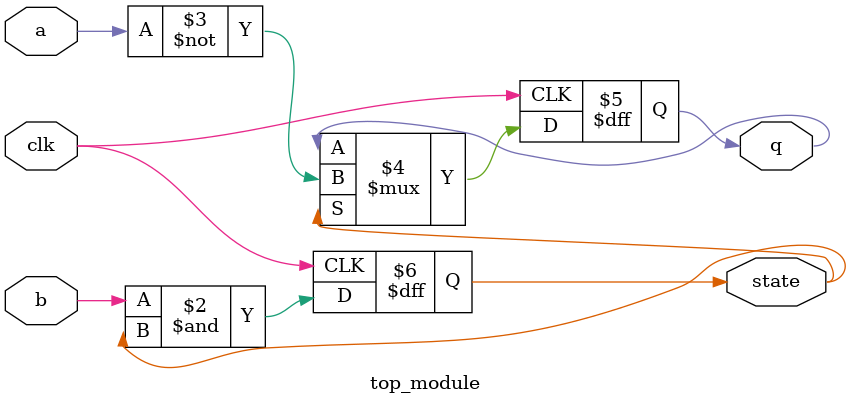
<source format=sv>
module top_module (
	input clk,
	input a,
	input b,
	output reg q,
	output reg state
);

	always @(posedge clk)
	begin
		state <= b & state;
		q <= state ? ~a : q;
	end

endmodule

</source>
